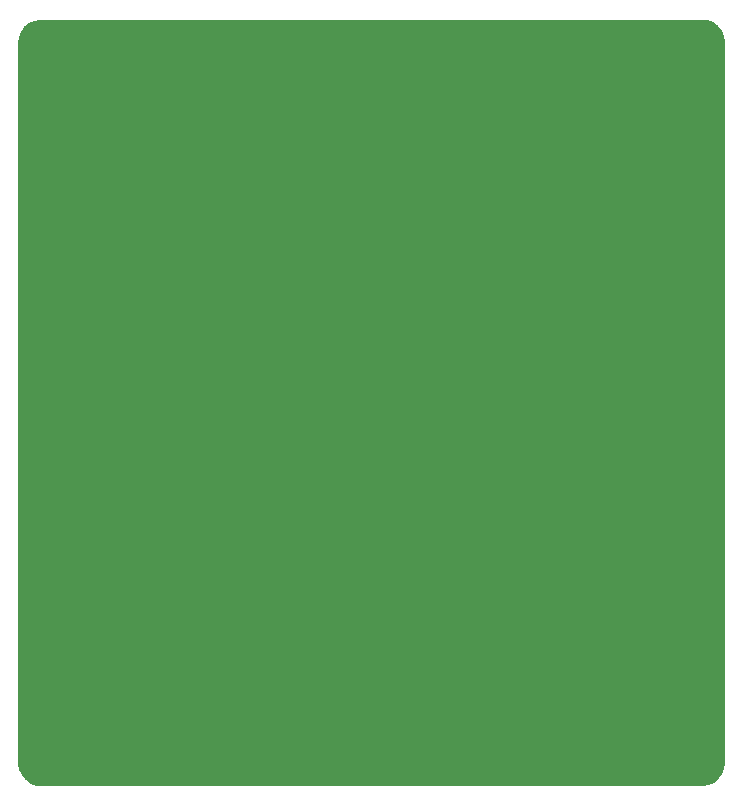
<source format=gbl>
G04 #@! TF.GenerationSoftware,KiCad,Pcbnew,(5.0.1)-3*
G04 #@! TF.CreationDate,2019-03-20T13:05:33+01:00*
G04 #@! TF.ProjectId,FeatherWing and xBee motherboard,4665617468657257696E6720616E6420,rev?*
G04 #@! TF.SameCoordinates,Original*
G04 #@! TF.FileFunction,Copper,L2,Bot,Signal*
G04 #@! TF.FilePolarity,Positive*
%FSLAX46Y46*%
G04 Gerber Fmt 4.6, Leading zero omitted, Abs format (unit mm)*
G04 Created by KiCad (PCBNEW (5.0.1)-3) date 20.03.2019 13:05:33*
%MOMM*%
%LPD*%
G01*
G04 APERTURE LIST*
G04 #@! TA.AperFunction,ViaPad*
%ADD10C,0.800000*%
G04 #@! TD*
G04 #@! TA.AperFunction,Conductor*
%ADD11C,0.254000*%
G04 #@! TD*
G04 APERTURE END LIST*
D10*
G04 #@! TO.N,/GND*
X112608300Y-133458000D03*
X98600799Y-130238000D03*
X112350268Y-88328000D03*
X113874000Y-101266000D03*
G04 #@! TD*
D11*
G04 #@! TO.N,/GND*
G36*
X143233367Y-74916552D02*
X143664429Y-75087222D01*
X144039508Y-75359732D01*
X144335033Y-75716960D01*
X144532432Y-76136454D01*
X144625419Y-76623913D01*
X144628400Y-76718760D01*
X144628401Y-137624899D01*
X144564848Y-138127967D01*
X144394177Y-138559031D01*
X144121667Y-138934109D01*
X143764440Y-139229633D01*
X143344946Y-139427032D01*
X142857487Y-139520019D01*
X142762640Y-139523000D01*
X86936493Y-139523000D01*
X86433433Y-139459448D01*
X86002369Y-139288777D01*
X85627291Y-139016267D01*
X85331767Y-138659040D01*
X85134368Y-138239546D01*
X85041381Y-137752087D01*
X85038400Y-137657240D01*
X85038400Y-76751101D01*
X85101952Y-76248033D01*
X85272622Y-75816971D01*
X85545132Y-75441892D01*
X85902360Y-75146367D01*
X86321854Y-74948968D01*
X86809313Y-74855981D01*
X86904160Y-74853000D01*
X142730299Y-74853000D01*
X143233367Y-74916552D01*
X143233367Y-74916552D01*
G37*
X143233367Y-74916552D02*
X143664429Y-75087222D01*
X144039508Y-75359732D01*
X144335033Y-75716960D01*
X144532432Y-76136454D01*
X144625419Y-76623913D01*
X144628400Y-76718760D01*
X144628401Y-137624899D01*
X144564848Y-138127967D01*
X144394177Y-138559031D01*
X144121667Y-138934109D01*
X143764440Y-139229633D01*
X143344946Y-139427032D01*
X142857487Y-139520019D01*
X142762640Y-139523000D01*
X86936493Y-139523000D01*
X86433433Y-139459448D01*
X86002369Y-139288777D01*
X85627291Y-139016267D01*
X85331767Y-138659040D01*
X85134368Y-138239546D01*
X85041381Y-137752087D01*
X85038400Y-137657240D01*
X85038400Y-76751101D01*
X85101952Y-76248033D01*
X85272622Y-75816971D01*
X85545132Y-75441892D01*
X85902360Y-75146367D01*
X86321854Y-74948968D01*
X86809313Y-74855981D01*
X86904160Y-74853000D01*
X142730299Y-74853000D01*
X143233367Y-74916552D01*
G04 #@! TD*
M02*

</source>
